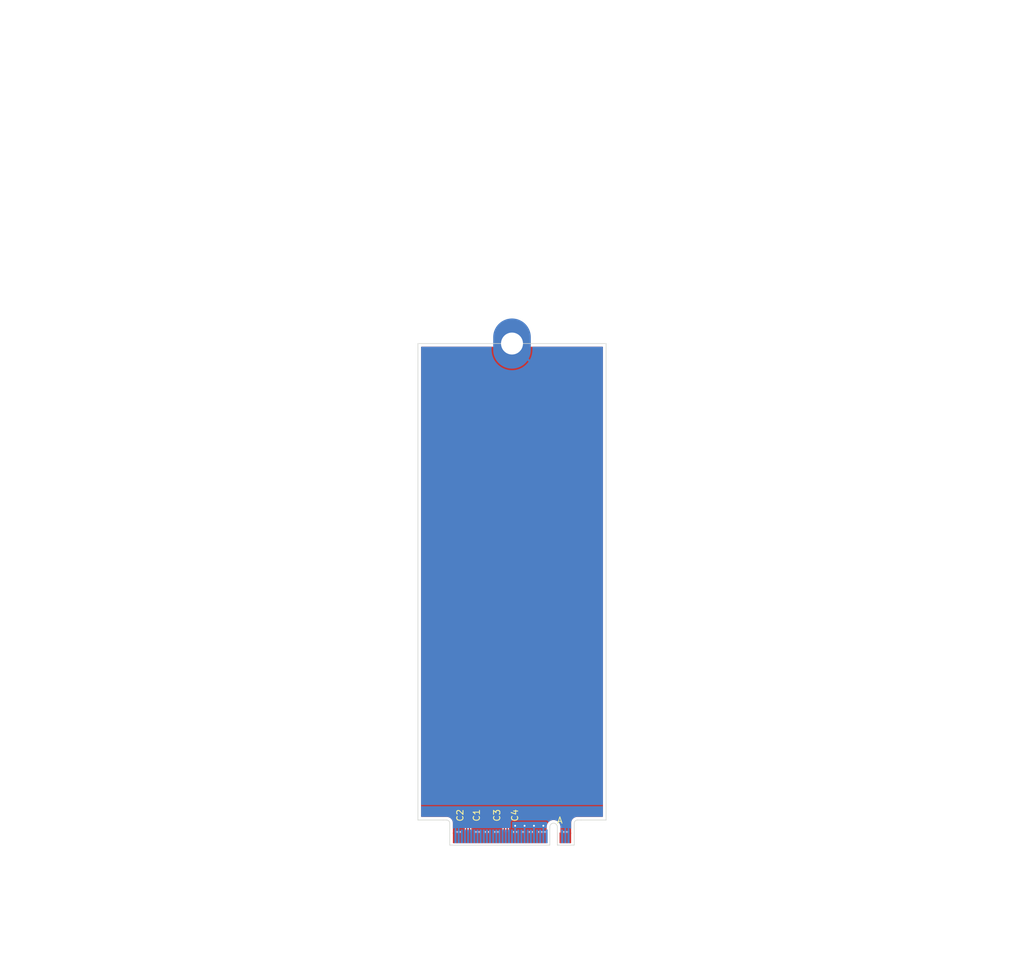
<source format=kicad_pcb>
(kicad_pcb (version 20241229) (generator "pcbnew") (generator_version "9.0")
  (layers (0 "F.Cu" signal) (2 "B.Cu" signal) (13 "F.Paste" user) (15 "B.Paste" user) (5 "F.SilkS" user "F.Silkscreen") (7 "B.SilkS" user "B.Silkscreen") (1 "F.Mask" user) (3 "B.Mask" user) (25 "Edge.Cuts" user))
  (net 0 "")
  (net 1 "GND")
  (net 2 "/M.2 A Key/PET1N")
  (net 3 "/M.2 A Key/PET1P")
  (net 4 "/M.2 A Key/PET0N")
  (net 5 "/M.2 A Key/PET0P")
  (net 6 "/PET0+")
  (net 7 "+3.3V")
  (net 8 "/USB_D+")
  (net 9 "/USB_D-")
  (net 10 "/LED#1")
  (net 11 "/LED#2")
  (net 12 "/DP_MLDIR")
  (net 13 "/DP_ML3-")
  (net 14 "/DP_AUX-")
  (net 15 "/DP_ML3+")
  (net 16 "/DP_AUX+")
  (net 17 "/DP_ML2-")
  (net 18 "/DP_ML1-")
  (net 19 "/DP_ML2+")
  (net 20 "/DP_ML1+")
  (net 21 "/DP_HPD")
  (net 22 "/DP_ML0-")
  (net 23 "/DP_ML0+")
  (net 24 "/PER0-")
  (net 25 "/PER0+")
  (net 31 "/REFCLK0+")
  (net 33 "/REFCLK0-")
  (net 34 "/SUSCLK")
  (net 35 "/PERST0#")
  (net 36 "/CLKREQ0#")
  (net 37 "/W_DISABLE2#")
  (net 38 "/PEWAKE0#")
  (net 39 "/W_DISABLE1#")
  (net 40 "/I2C_DATA")
  (net 41 "/PER1+")
  (net 42 "/I2C_CLK")
  (net 43 "/PER1-")
  (net 44 "/ALERT#")
  (net 46 "/PERST1#")
  (net 47 "/CLKREQ1#")
  (net 48 "/PEWAKE1#")
  (net 49 "/REFCLK1+")
  (net 50 "/REFCLK1-")
  (net 51 "/PET1-")
  (net 52 "/PET1+")
  (net 53 "/PET0-")
  (footprint "Capacitor_SMD:C_0201_0603Metric" (layer "F.Cu") (at 97.627527 154.622657 90)
    (property "Reference" "C2" (at -0.005 -0.921 90) (layer "F.SilkS"))
    (property "Value" "220nF")
    (pad "1" smd roundrect (at -0.32 0 90) (size 0.46 0.4) (layers "F.Cu" "F.Mask") (net 2 "/M.2 A Key/PET1N"))
    (pad "2" smd roundrect (at 0.32 0 90) (size 0.46 0.4) (layers "F.Cu" "F.Mask") (net 51 "/PET1-"))
  )
  (footprint "Capacitor_SMD:C_0201_0603Metric" (layer "F.Cu") (at 104.327527 154.622657 90)
    (property "Reference" "C4" (at 0 1.109 90) (layer "F.SilkS"))
    (property "Value" "220nF")
    (pad "1" smd roundrect (at -0.32 0 90) (size 0.46 0.4) (layers "F.Cu" "F.Mask") (net 5 "/M.2 A Key/PET0P"))
    (pad "2" smd roundrect (at 0.32 0 90) (size 0.46 0.4) (layers "F.Cu" "F.Mask") (net 6 "/PET0+"))
  )
  (footprint "Capacitor_SMD:C_0201_0603Metric" (layer "F.Cu") (at 103.627527 154.622657 90)
    (property "Reference" "C3" (at 0 -1.05 90) (layer "F.SilkS"))
    (property "Value" "220nF")
    (pad "1" smd roundrect (at -0.32 0 90) (size 0.46 0.4) (layers "F.Cu" "F.Mask") (net 4 "/M.2 A Key/PET0N"))
    (pad "2" smd roundrect (at 0.32 0 90) (size 0.46 0.4) (layers "F.Cu" "F.Mask") (net 53 "/PET0-"))
  )
  (footprint "Capacitor_SMD:C_0201_0603Metric" (layer "F.Cu") (at 98.327527 154.622657 90)
    (property "Reference" "C1" (at 0.005 1.009 90) (layer "F.SilkS"))
    (property "Value" "220nF")
    (pad "1" smd roundrect (at -0.32 0 90) (size 0.46 0.4) (layers "F.Cu" "F.Mask") (net 3 "/M.2 A Key/PET1P"))
    (pad "2" smd roundrect (at 0.32 0 90) (size 0.46 0.4) (layers "F.Cu" "F.Mask") (net 52 "/PET1+"))
  )
  (footprint "PCIexpress:M.2 Mounting Pad" (layer "F.Cu") (at 104.977527 79.368657)
    (property "Reference" "H1")
    (property "Value" "MountingHole_Pad")
    (pad "1" thru_hole circle (at 0 0) (size 5.5 5.5) (drill 3.5) (property pad_prop_castellated) (layers "*.Cu" "*.Mask") (net 1 "GND") (padstack (mode front_inner_back) (layer "Inner" (shape circle) (size 5.5 5.5)) (layer "B.Cu" (shape oval) (size 6 8))))
  )
  (footprint "PCIexpress:M.2 A Key Connector" (layer "F.Cu") (at 104.977527 158.258657)
    (property "Reference" "J1")
    (property "Value" "~")
    (fp_line (start -11 -2.89) (end -10.425 -2.89) (stroke (width 0.1)) (layer "Edge.Cuts"))
    (fp_line (start -9.925 -2.39) (end -9.925 1.11) (stroke (width 0.1)) (layer "Edge.Cuts"))
    (fp_line (start 6.025 -1.79) (end 6.025 1.11) (stroke (width 0.1)) (layer "Edge.Cuts"))
    (fp_line (start 6.025 1.11) (end -9.925 1.11) (stroke (width 0.1)) (layer "Edge.Cuts"))
    (fp_line (start 7.225 -1.79) (end 7.225 1.11) (stroke (width 0.1)) (layer "Edge.Cuts"))
    (fp_line (start 7.225 1.11) (end 9.925 1.11) (stroke (width 0.1)) (layer "Edge.Cuts"))
    (fp_line (start 9.925 -2.39) (end 9.925 1.11) (stroke (width 0.1)) (layer "Edge.Cuts"))
    (fp_line (start 10.425 -2.89) (end 11 -2.89) (stroke (width 0.1)) (layer "Edge.Cuts"))
    (fp_arc (start -10.425 -2.89) (mid -10.071447 -2.743553) (end -9.925 -2.39) (stroke (width 0.1)) (layer "Edge.Cuts"))
    (fp_arc (start 6.025 -1.79) (mid 6.625 -2.39) (end 7.225 -1.79) (stroke (width 0.1)) (layer "Edge.Cuts"))
    (fp_arc (start 9.925 -2.39) (mid 10.071447 -2.743553) (end 10.425 -2.89) (stroke (width 0.1)) (layer "Edge.Cuts"))
    (fp_text user "A" (at 7.1 -2.255 0) (layer "F.SilkS") (effects (justify left bottom)))
    (pad "1" smd rect (at 9.25 -0.04 180) (size 0.35 1.7) (layers "F.Cu") (net 1 "GND"))
    (pad "2" smd rect (at 9 -0.29 180) (size 0.35 2.2) (layers "B.Cu") (net 7 "+3.3V"))
    (pad "3" smd rect (at 8.75 -0.04 180) (size 0.35 1.7) (layers "F.Cu") (net 8 "/USB_D+"))
    (pad "4" smd rect (at 8.5 -0.29 180) (size 0.35 2.2) (layers "B.Cu") (net 7 "+3.3V"))
    (pad "5" smd rect (at 8.25 -0.04 180) (size 0.35 1.7) (layers "F.Cu") (net 9 "/USB_D-"))
    (pad "6" smd rect (at 8 -0.29 180) (size 0.35 2.2) (layers "B.Cu") (net 10 "/LED#1"))
    (pad "7" smd rect (at 7.75 -0.04 180) (size 0.35 1.7) (layers "F.Cu") (net 1 "GND"))
    (pad "16" smd rect (at 5.5 -0.29 180) (size 0.35 2.2) (layers "B.Cu") (net 11 "/LED#2"))
    (pad "17" smd rect (at 5.25 -0.04 180) (size 0.35 1.7) (layers "F.Cu") (net 12 "/DP_MLDIR"))
    (pad "18" smd rect (at 5 -0.29 180) (size 0.35 2.2) (layers "B.Cu") (net 1 "GND"))
    (pad "19" smd rect (at 4.75 -0.04 180) (size 0.35 1.7) (layers "F.Cu") (net 13 "/DP_ML3-"))
    (pad "20" smd rect (at 4.5 -0.29 180) (size 0.35 2.2) (layers "B.Cu") (net 14 "/DP_AUX-"))
    (pad "21" smd rect (at 4.25 -0.04 180) (size 0.35 1.7) (layers "F.Cu") (net 15 "/DP_ML3+"))
    (pad "22" smd rect (at 4 -0.29 180) (size 0.35 2.2) (layers "B.Cu") (net 16 "/DP_AUX+"))
    (pad "23" smd rect (at 3.75 -0.04 180) (size 0.35 1.7) (layers "F.Cu") (net 1 "GND"))
    (pad "24" smd rect (at 3.5 -0.29 180) (size 0.35 2.2) (layers "B.Cu") (net 1 "GND"))
    (pad "25" smd rect (at 3.25 -0.04 180) (size 0.35 1.7) (layers "F.Cu") (net 17 "/DP_ML2-"))
    (pad "26" smd rect (at 3 -0.29 180) (size 0.35 2.2) (layers "B.Cu") (net 18 "/DP_ML1-"))
    (pad "27" smd rect (at 2.75 -0.04 180) (size 0.35 1.7) (layers "F.Cu") (net 19 "/DP_ML2+"))
    (pad "28" smd rect (at 2.5 -0.29 180) (size 0.35 2.2) (layers "B.Cu") (net 20 "/DP_ML1+"))
    (pad "29" smd rect (at 2.25 -0.04 180) (size 0.35 1.7) (layers "F.Cu") (net 1 "GND"))
    (pad "30" smd rect (at 2 -0.29 180) (size 0.35 2.2) (layers "B.Cu") (net 1 "GND"))
    (pad "31" smd rect (at 1.75 -0.04 180) (size 0.35 1.7) (layers "F.Cu") (net 21 "/DP_HPD"))
    (pad "32" smd rect (at 1.5 -0.29 180) (size 0.35 2.2) (layers "B.Cu") (net 22 "/DP_ML0-"))
    (pad "33" smd rect (at 1.25 -0.04 180) (size 0.35 1.7) (layers "F.Cu") (net 1 "GND"))
    (pad "34" smd rect (at 1 -0.29 180) (size 0.35 2.2) (layers "B.Cu") (net 23 "/DP_ML0+"))
    (pad "35" smd rect (at 0.75 -0.04 180) (size 0.35 1.7) (layers "F.Cu") (net 24 "/PER0-"))
    (pad "36" smd rect (at 0.5 -0.29 180) (size 0.35 2.2) (layers "B.Cu") (net 1 "GND"))
    (pad "37" smd rect (at 0.25 -0.04 180) (size 0.35 1.7) (layers "F.Cu") (net 25 "/PER0+"))
    (pad "38" smd rect (at 0 -0.29 180) (size 0.35 2.2) (layers "B.Cu"))
    (pad "39" smd rect (at -0.25 -0.04 180) (size 0.35 1.7) (layers "F.Cu") (net 1 "GND"))
    (pad "40" smd rect (at -0.5 -0.29 180) (size 0.35 2.2) (layers "B.Cu"))
    (pad "41" smd rect (at -0.75 -0.04 180) (size 0.35 1.7) (layers "F.Cu") (net 5 "/M.2 A Key/PET0P"))
    (pad "42" smd rect (at -1 -0.29 180) (size 0.35 2.2) (layers "B.Cu"))
    (pad "43" smd rect (at -1.25 -0.04 180) (size 0.35 1.7) (layers "F.Cu") (net 4 "/M.2 A Key/PET0N"))
    (pad "44" smd rect (at -1.5 -0.29 180) (size 0.35 2.2) (layers "B.Cu"))
    (pad "45" smd rect (at -1.75 -0.04 180) (size 0.35 1.7) (layers "F.Cu") (net 1 "GND"))
    (pad "46" smd rect (at -2 -0.29 180) (size 0.35 2.2) (layers "B.Cu"))
    (pad "47" smd rect (at -2.25 -0.04 180) (size 0.35 1.7) (layers "F.Cu") (net 31 "/REFCLK0+"))
    (pad "48" smd rect (at -2.5 -0.29 180) (size 0.35 2.2) (layers "B.Cu"))
    (pad "49" smd rect (at -2.75 -0.04 180) (size 0.35 1.7) (layers "F.Cu") (net 33 "/REFCLK0-"))
    (pad "50" smd rect (at -3 -0.29 180) (size 0.35 2.2) (layers "B.Cu") (net 34 "/SUSCLK"))
    (pad "51" smd rect (at -3.25 -0.04 180) (size 0.35 1.7) (layers "F.Cu") (net 1 "GND"))
    (pad "52" smd rect (at -3.5 -0.29 180) (size 0.35 2.2) (layers "B.Cu") (net 35 "/PERST0#"))
    (pad "53" smd rect (at -3.75 -0.04 180) (size 0.35 1.7) (layers "F.Cu") (net 36 "/CLKREQ0#"))
    (pad "54" smd rect (at -4 -0.29 180) (size 0.35 2.2) (layers "B.Cu") (net 37 "/W_DISABLE2#"))
    (pad "55" smd rect (at -4.25 -0.04 180) (size 0.35 1.7) (layers "F.Cu") (net 38 "/PEWAKE0#"))
    (pad "56" smd rect (at -4.5 -0.29 180) (size 0.35 2.2) (layers "B.Cu") (net 39 "/W_DISABLE1#"))
    (pad "57" smd rect (at -4.75 -0.04 180) (size 0.35 1.7) (layers "F.Cu") (net 1 "GND"))
    (pad "58" smd rect (at -5 -0.29 180) (size 0.35 2.2) (layers "B.Cu") (net 40 "/I2C_DATA"))
    (pad "59" smd rect (at -5.25 -0.04 180) (size 0.35 1.7) (layers "F.Cu") (net 41 "/PER1+"))
    (pad "60" smd rect (at -5.5 -0.29 180) (size 0.35 2.2) (layers "B.Cu") (net 42 "/I2C_CLK"))
    (pad "61" smd rect (at -5.75 -0.04 180) (size 0.35 1.7) (layers "F.Cu") (net 43 "/PER1-"))
    (pad "62" smd rect (at -6 -0.29 180) (size 0.35 2.2) (layers "B.Cu") (net 44 "/ALERT#"))
    (pad "63" smd rect (at -6.25 -0.04 180) (size 0.35 1.7) (layers "F.Cu") (net 1 "GND"))
    (pad "64" smd rect (at -6.5 -0.29 180) (size 0.35 2.2) (layers "B.Cu"))
    (pad "65" smd rect (at -6.75 -0.04 180) (size 0.35 1.7) (layers "F.Cu") (net 3 "/M.2 A Key/PET1P"))
    (pad "66" smd rect (at -7 -0.29 180) (size 0.35 2.2) (layers "B.Cu") (net 46 "/PERST1#"))
    (pad "67" smd rect (at -7.25 -0.04 180) (size 0.35 1.7) (layers "F.Cu") (net 2 "/M.2 A Key/PET1N"))
    (pad "68" smd rect (at -7.5 -0.29 180) (size 0.35 2.2) (layers "B.Cu") (net 47 "/CLKREQ1#"))
    (pad "69" smd rect (at -7.75 -0.04 180) (size 0.35 1.7) (layers "F.Cu") (net 1 "GND"))
    (pad "70" smd rect (at -8 -0.29 180) (size 0.35 2.2) (layers "B.Cu") (net 48 "/PEWAKE1#"))
    (pad "71" smd rect (at -8.25 -0.04 180) (size 0.35 1.7) (layers "F.Cu") (net 49 "/REFCLK1+"))
    (pad "72" smd rect (at -8.5 -0.29 180) (size 0.35 2.2) (layers "B.Cu") (net 7 "+3.3V"))
    (pad "73" smd rect (at -8.75 -0.04 180) (size 0.35 1.7) (layers "F.Cu") (net 50 "/REFCLK1-"))
    (pad "74" smd rect (at -9 -0.29 180) (size 0.35 2.2) (layers "B.Cu") (net 7 "+3.3V"))
    (pad "75" smd rect (at -9.25 -0.04 180) (size 0.35 1.7) (layers "F.Cu") (net 1 "GND"))
  )
  (gr_line (start 115.977527 155.368657) (end 119.977527 155.368657) (stroke (width 0.1)) (layer "Edge.Cuts"))
  (gr_line (start 93.977527 155.368657) (end 89.977527 155.368657) (stroke (width 0.1)) (layer "Edge.Cuts"))
  (gr_line (start 119.977527 155.368657) (end 119.977527 79.368657) (stroke (width 0.1)) (layer "Edge.Cuts"))
  (gr_line (start 89.977527 79.368657) (end 89.977527 155.368657) (stroke (width 0.1)) (layer "Edge.Cuts"))
  (gr_line (start 119.977527 79.368657) (end 89.977527 79.368657) (stroke (width 0.1)) (layer "Edge.Cuts"))
  (via (at 109.977527 156.287657) (size 0.6) (drill 0.3) (layers "F.Cu" "B.Cu") (net 1))
  (via (at 105.477527 156.287657) (size 0.6) (drill 0.3) (layers "F.Cu" "B.Cu") (net 1))
  (via (at 108.477527 156.287657) (size 0.6) (drill 0.3) (layers "F.Cu" "B.Cu") (net 1))
  (via (at 106.977527 156.287657) (size 0.6) (drill 0.3) (layers "F.Cu" "B.Cu") (net 1))
  (segment (start 97.752527 156.918656) (end 97.752527 155.412658) (width 0.2) (layer "F.Cu") (net 2))
  (segment (start 97.627527 155.287658) (end 97.627527 154.942657) (width 0.2) (layer "F.Cu") (net 2))
  (segment (start 97.727527 158.218657) (end 97.727527 156.943656) (width 0.2) (layer "F.Cu") (net 2))
  (segment (start 97.727527 156.943656) (end 97.752527 156.918656) (width 0.2) (layer "F.Cu") (net 2))
  (segment (start 97.752527 155.412658) (end 97.627527 155.287658) (width 0.2) (layer "F.Cu") (net 2))
  (segment (start 98.202527 156.918656) (end 98.202527 155.412658) (width 0.2) (layer "F.Cu") (net 3))
  (segment (start 98.227527 156.943656) (end 98.202527 156.918656) (width 0.2) (layer "F.Cu") (net 3))
  (segment (start 98.227527 158.218657) (end 98.227527 156.943656) (width 0.2) (layer "F.Cu") (net 3))
  (segment (start 98.327527 155.287658) (end 98.327527 154.942657) (width 0.2) (layer "F.Cu") (net 3))
  (segment (start 98.202527 155.412658) (end 98.327527 155.287658) (width 0.2) (layer "F.Cu") (net 3))
  (segment (start 103.752527 155.412658) (end 103.627527 155.287658) (width 0.2) (layer "F.Cu") (net 4))
  (segment (start 103.752527 156.918656) (end 103.752527 155.412658) (width 0.2) (layer "F.Cu") (net 4))
  (segment (start 103.727527 158.218657) (end 103.727527 156.943656) (width 0.2) (layer "F.Cu") (net 4))
  (segment (start 103.727527 156.943656) (end 103.752527 156.918656) (width 0.2) (layer "F.Cu") (net 4))
  (segment (start 103.627527 155.287658) (end 103.627527 154.942657) (width 0.2) (layer "F.Cu") (net 4))
  (segment (start 104.202527 155.412658) (end 104.327527 155.287658) (width 0.2) (layer "F.Cu") (net 5))
  (segment (start 104.327527 155.287658) (end 104.327527 154.942657) (width 0.2) (layer "F.Cu") (net 5))
  (segment (start 104.202527 156.918656) (end 104.202527 155.412658) (width 0.2) (layer "F.Cu") (net 5))
  (segment (start 104.227527 156.943656) (end 104.202527 156.918656) (width 0.2) (layer "F.Cu") (net 5))
  (segment (start 104.227527 158.218657) (end 104.227527 156.943656) (width 0.2) (layer "F.Cu") (net 5))
  (zone (net 1) (net_name "GND") (layers "F.Cu" "B.Cu") (connect_pads (clearance 0.2)) (min_thickness 0.15) (fill yes (thermal_gap 0.25) (thermal_bridge_width 0.35))
    (polygon (pts (xy 89.970031 79.372657) (xy 119.975293 79.372657) (xy 119.978299 157.558657) (xy 89.973037 157.558657)))
  )
  (zone (net 1) (net_name "GND") (layer "B.Cu") (priority 2) (connect_pads (clearance 0.2)) (min_thickness 0.15) (fill yes (thermal_gap 0.25) (thermal_bridge_width 0.35))
    (polygon (pts (xy 104.986527 156.672657) (xy 104.986527 155.647657) (xy 110.541527 155.647657) (xy 110.541527 156.672657)))
  )
  (zone (net 7) (net_name "+3.3V") (layer "B.Cu") (priority 1) (connect_pads (clearance 0.2)) (min_thickness 0.1) (fill yes (thermal_gap 0.2) (thermal_bridge_width 0.25))
    (polygon (pts (xy 120.016168 157.802657) (xy 120.014752 153.172657) (xy 89.996527 153.172657) (xy 89.996527 157.802657)))
  )
)
</source>
